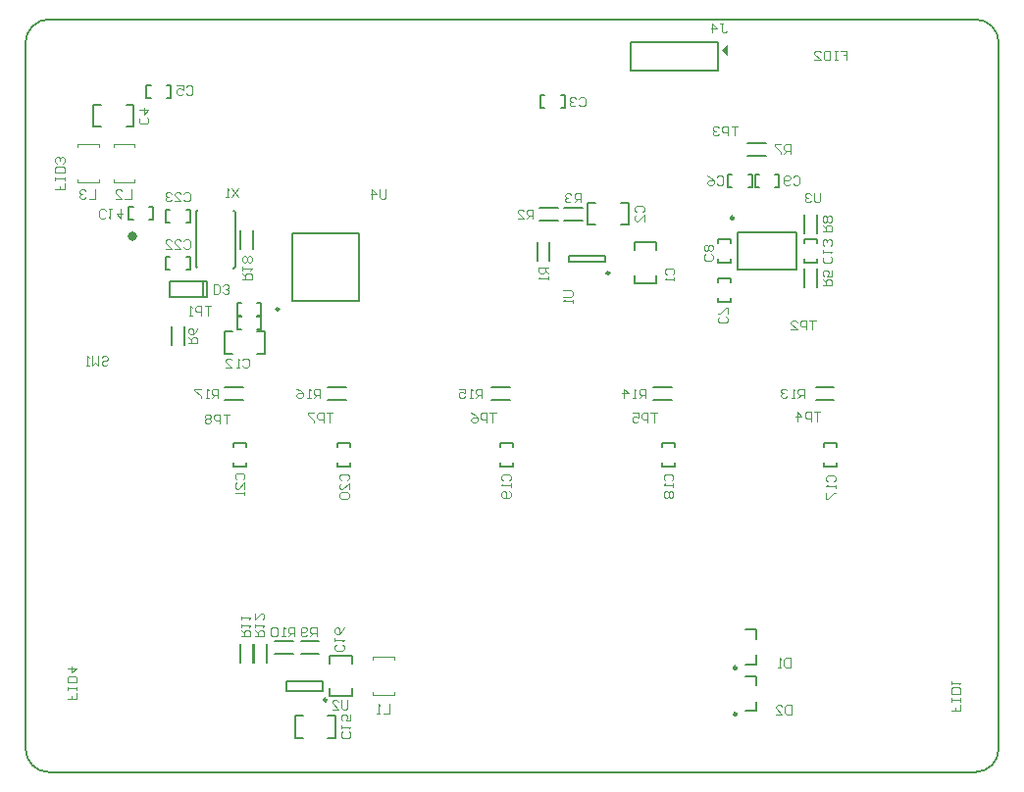
<source format=gbo>
G04 Layer_Color=32896*
%FSAX44Y44*%
%MOMM*%
G71*
G01*
G75*
%ADD11C,0.4000*%
%ADD15C,0.2000*%
%ADD39C,0.1000*%
%ADD65C,0.2500*%
%ADD66C,0.1500*%
G36*
X00606000Y00618500D02*
X00601000Y00623500D01*
X00606000Y00628500D01*
Y00618500D01*
D02*
G37*
D11*
X00094250Y00462750D02*
G03*
X00094250Y00462750I-00002000J00000000D01*
G01*
D15*
X00020000Y00000000D02*
X00820000Y00000000D01*
D02*
G03*
X00840000Y00020000I00000000J00020000D01*
G01*
Y00630000D01*
X00840000D02*
G03*
X00820000Y00650000I-00020000J-00000000D01*
G01*
X00020000D01*
D02*
G03*
X00000000Y00630000I00000000J-00020000D01*
G01*
Y00020000D01*
D02*
G03*
X00020000Y00000000I00020000J00000000D01*
G01*
X00225500Y00069702D02*
X00256500D01*
Y00078702D01*
X00225500D01*
Y00069702D01*
X00288000Y00407000D02*
Y00465000D01*
X00230000D01*
Y00407000D01*
X00288000D01*
X00156500Y00423750D02*
Y00410250D01*
X00124750D01*
X00124750Y00410250D01*
Y00423750D01*
X00124750Y00423750D01*
X00156500D01*
X00153500Y00423750D02*
X00153500Y00410250D01*
X00469000Y00440500D02*
X00500000D01*
Y00445500D01*
X00469000D01*
Y00440500D01*
X00614500Y00434000D02*
X00665500D01*
Y00466000D01*
X00614500D01*
Y00434000D01*
X00598000Y00605500D02*
Y00630500D01*
X00522000D01*
Y00605500D01*
X00598000D01*
X00621000Y00123000D02*
X00631000D01*
Y00115000D01*
Y00101000D02*
Y00093000D01*
X00621000D01*
Y00083000D02*
X00631000D01*
Y00075000D01*
Y00061000D02*
Y00053000D01*
X00621000D01*
D39*
X00036163Y00063000D02*
X00040162D01*
Y00065666D01*
Y00063000D01*
X00044161D01*
Y00068332D01*
Y00070997D02*
Y00073663D01*
Y00072330D01*
X00036163D01*
Y00070997D01*
Y00073663D01*
Y00077662D02*
Y00081661D01*
X00037496Y00082994D01*
X00042828D01*
X00044161Y00081661D01*
Y00077662D01*
X00036163D01*
Y00089658D02*
X00044161D01*
X00040162Y00085659D01*
Y00090991D01*
X00186000Y00117000D02*
X00193997D01*
Y00120999D01*
X00192665Y00122332D01*
X00189999D01*
X00188666Y00120999D01*
Y00117000D01*
Y00119666D02*
X00186000Y00122332D01*
Y00124997D02*
Y00127663D01*
Y00126330D01*
X00193997D01*
X00192665Y00124997D01*
X00198000D02*
Y00127663D01*
Y00126330D01*
X00205997D01*
X00204664Y00124997D01*
Y00122332D02*
X00201999D01*
X00200666Y00120999D01*
Y00117000D01*
Y00119666D02*
X00198000Y00122332D01*
Y00117000D02*
X00205997D01*
Y00120999D01*
X00204664Y00122332D01*
X00212006Y00123665D02*
Y00118333D01*
X00213339Y00117000D01*
X00216005D01*
X00217338Y00118333D01*
Y00123665D01*
X00216005Y00124997D01*
X00213339D01*
X00212006Y00123665D01*
X00222670Y00124997D02*
X00224003Y00123665D01*
X00222670Y00124997D02*
Y00117000D01*
X00221337D01*
X00224003D01*
X00226668D02*
X00229334Y00119666D01*
X00228001D02*
X00232000D01*
Y00117000D02*
Y00124997D01*
X00228001D01*
X00226668Y00123665D01*
Y00120999D01*
X00228001Y00119666D01*
X00237671Y00118333D02*
Y00123665D01*
X00239004Y00124997D01*
X00241670D01*
X00243003Y00123665D01*
Y00122332D01*
X00241670Y00120999D01*
X00237671D01*
Y00118333D02*
X00239004Y00117000D01*
X00241670D01*
X00243003Y00118333D01*
X00245668Y00117000D02*
X00248334Y00119666D01*
X00247001D02*
X00251000D01*
Y00117000D02*
Y00124997D01*
X00247001D01*
X00245668Y00123665D01*
Y00120999D01*
X00247001Y00119666D01*
X00268333Y00104745D02*
X00267000Y00106077D01*
Y00108743D01*
X00268333Y00110076D01*
X00267000Y00112742D02*
Y00115408D01*
Y00114075D01*
X00274997D01*
X00273664Y00112742D01*
Y00110076D02*
X00274997Y00108743D01*
Y00106077D01*
X00273664Y00104745D01*
X00268333D01*
X00268670Y00061997D02*
X00270003Y00060665D01*
X00268670Y00061997D02*
X00266004D01*
X00264671Y00060665D01*
Y00059332D01*
X00270003Y00054000D01*
X00264671D01*
X00274001D02*
X00272668Y00055333D01*
Y00061997D01*
X00274001Y00054000D02*
X00276667D01*
X00278000Y00055333D01*
Y00061997D01*
X00299750Y00066452D02*
Y00069452D01*
Y00066452D02*
X00318250D01*
Y00069452D01*
X00314000Y00058491D02*
Y00050494D01*
X00308668D01*
X00306003D02*
X00303337D01*
X00304670D01*
Y00058491D01*
X00306003Y00057158D01*
X00318250Y00096952D02*
Y00099952D01*
X00299750D01*
Y00096952D01*
X00273664Y00122072D02*
X00270999Y00119406D01*
X00268333D01*
X00267000Y00120739D01*
Y00123405D01*
X00268333Y00124738D01*
X00269666D01*
X00270999Y00123405D01*
Y00119406D01*
X00273664Y00122072D02*
X00274997Y00124738D01*
X00204664Y00131662D02*
X00205997Y00132995D01*
Y00135661D01*
X00204664Y00136994D01*
X00203332D01*
X00198000Y00131662D01*
Y00136994D01*
X00193997Y00132995D02*
X00192665Y00131662D01*
X00193997Y00132995D02*
X00186000D01*
Y00134328D01*
Y00131662D01*
X00272500Y00048161D02*
Y00045495D01*
X00273833Y00044162D01*
Y00049494D02*
X00272500Y00048161D01*
X00273833Y00049494D02*
X00276499D01*
X00277832Y00048161D01*
Y00046828D01*
X00276499Y00044162D01*
X00280497D01*
Y00049494D01*
Y00038830D02*
X00279165Y00037497D01*
Y00034832D02*
X00280497Y00033499D01*
Y00030833D01*
X00279165Y00029500D01*
X00273833D01*
X00272500Y00030833D01*
Y00033499D01*
X00273833Y00034832D01*
X00272500Y00037497D02*
Y00040163D01*
Y00038830D01*
X00280497D01*
X00412276Y00237006D02*
X00410944Y00238339D01*
Y00241005D01*
X00412276Y00242338D01*
X00413609D01*
X00414942Y00241005D01*
Y00237006D01*
X00417608D02*
X00412276D01*
X00417608D02*
X00418941Y00238339D01*
Y00241005D01*
X00417608Y00242338D01*
X00418941Y00246337D02*
Y00247670D01*
X00410944D01*
X00412276Y00249003D01*
Y00251668D02*
X00410944Y00253001D01*
Y00255667D01*
X00412276Y00257000D01*
X00417608D01*
X00418941Y00255667D01*
Y00253001D01*
X00417608Y00251668D01*
X00418941Y00249003D02*
Y00246337D01*
X00403334Y00302000D02*
Y00309997D01*
X00400668D01*
X00406000D01*
X00398003D02*
X00394004D01*
X00392671Y00308664D01*
Y00305999D01*
X00394004Y00304666D01*
X00398003D01*
Y00302000D02*
Y00309997D01*
X00384674D02*
X00387339Y00308664D01*
X00390005Y00305999D01*
Y00303333D01*
X00388672Y00302000D01*
X00386007D01*
X00384674Y00303333D01*
Y00304666D01*
X00386007Y00305999D01*
X00390005D01*
X00388668Y00323000D02*
X00391334Y00325666D01*
X00390001D02*
X00394000D01*
Y00323000D02*
Y00330997D01*
X00390001D01*
X00388668Y00329664D01*
Y00326999D01*
X00390001Y00325666D01*
X00386003Y00323000D02*
X00383337D01*
X00384670D01*
Y00330997D01*
X00386003Y00329664D01*
X00379338Y00330997D02*
Y00326999D01*
X00376672Y00328332D01*
X00375339D01*
X00374007Y00326999D01*
Y00324333D01*
X00375339Y00323000D01*
X00378005D01*
X00379338Y00324333D01*
Y00330997D02*
X00374007D01*
X00277667Y00257411D02*
X00279000Y00256078D01*
Y00253412D01*
X00277667Y00252079D01*
X00279000Y00249414D02*
X00273668Y00244082D01*
X00272335D01*
X00271003Y00245415D01*
Y00248081D01*
X00272335Y00249414D01*
Y00252079D02*
X00271003Y00253412D01*
Y00256078D01*
X00272335Y00257411D01*
X00277667D01*
X00279000Y00249414D02*
Y00244082D01*
Y00240083D02*
X00277667Y00241416D01*
X00272335D01*
X00271003Y00240083D01*
Y00237417D01*
X00272335Y00236084D01*
X00277667D01*
X00279000Y00237417D01*
Y00240083D01*
X00262334Y00302000D02*
Y00309997D01*
X00259668D01*
X00265000D01*
X00257003D02*
X00253004D01*
X00251671Y00308664D01*
Y00305999D01*
X00253004Y00304666D01*
X00257003D01*
Y00302000D02*
Y00309997D01*
X00254000Y00323000D02*
Y00330997D01*
X00250001D01*
X00248668Y00329664D01*
Y00326999D01*
X00250001Y00325666D01*
X00254000D01*
X00251334D02*
X00248668Y00323000D01*
X00246003D02*
X00243337D01*
X00244670D01*
Y00330997D01*
X00246003Y00329664D01*
X00236672D02*
X00239338Y00326999D01*
Y00324333D01*
X00238005Y00323000D01*
X00235339D01*
X00234006Y00324333D01*
Y00325666D01*
X00235339Y00326999D01*
X00239338D01*
X00236672Y00329664D02*
X00234006Y00330997D01*
X00243674Y00309997D02*
Y00308664D01*
X00249005Y00303333D01*
Y00302000D01*
Y00309997D02*
X00243674D01*
X00192750Y00350583D02*
X00191417Y00349250D01*
X00188751D01*
X00187418Y00350583D01*
X00184753Y00349250D02*
X00182087D01*
X00183420D01*
Y00357247D01*
X00184753Y00355915D01*
X00187418D02*
X00188751Y00357247D01*
X00191417D01*
X00192750Y00355915D01*
Y00350583D01*
X00178088Y00349250D02*
X00172757Y00354582D01*
Y00355915D01*
X00174089Y00357247D01*
X00176755D01*
X00178088Y00355915D01*
Y00349250D02*
X00172757D01*
X00166000Y00330998D02*
X00162001D01*
X00160668Y00329665D01*
Y00326999D01*
X00162001Y00325666D01*
X00166000D01*
Y00323000D02*
Y00330998D01*
X00163334Y00325666D02*
X00160668Y00323000D01*
X00158003D02*
X00155337D01*
X00156670D01*
Y00330998D01*
X00158003Y00329665D01*
X00151338Y00330998D02*
X00146006D01*
Y00329665D01*
X00151338Y00324333D01*
Y00323000D01*
X00156006Y00308997D02*
X00154674Y00307665D01*
Y00306332D01*
X00156006Y00304999D01*
X00154674Y00303666D01*
Y00302333D01*
X00156006Y00301000D01*
X00158672D01*
X00160005Y00302333D01*
Y00303666D01*
X00158672Y00304999D01*
X00160005Y00306332D01*
Y00307665D01*
X00158672Y00308997D01*
X00156006D01*
X00164004D02*
X00162671Y00307665D01*
Y00304999D01*
X00164004Y00303666D01*
X00168003D01*
Y00301000D02*
Y00308997D01*
X00164004D01*
X00170668D02*
X00173334D01*
Y00301000D01*
X00158672Y00304999D02*
X00156006D01*
X00176000Y00308997D02*
X00170668D01*
X00148497Y00370250D02*
Y00374249D01*
X00147164Y00375582D01*
X00144499D01*
X00143166Y00374249D01*
Y00370250D01*
X00140500D02*
X00148497D01*
X00143166Y00372916D02*
X00140500Y00375582D01*
X00141833Y00378247D02*
X00140500Y00379580D01*
Y00382246D01*
X00141833Y00383579D01*
X00143166D01*
X00144499Y00382246D01*
Y00378247D01*
X00141833D01*
X00144499D02*
X00147164Y00380913D01*
X00148497Y00383579D01*
X00151910Y00394500D02*
Y00402497D01*
X00147911D01*
X00146578Y00401165D01*
Y00398499D01*
X00147911Y00397166D01*
X00151910D01*
X00154576Y00402497D02*
X00157242D01*
Y00394500D01*
X00159908Y00402497D02*
X00154576D01*
X00175452Y00414335D02*
Y00415668D01*
X00174119Y00417001D01*
X00172786D01*
X00174119D01*
X00175452Y00418334D01*
Y00419667D01*
X00174119Y00421000D01*
X00171453D01*
X00170121Y00419667D01*
X00167455D02*
Y00414335D01*
X00166122Y00413003D01*
X00162123D01*
Y00421000D01*
X00166122D01*
X00167455Y00419667D01*
X00170121Y00414335D02*
X00171453Y00413003D01*
X00174119D01*
X00175452Y00414335D01*
X00187250Y00425500D02*
X00195247D01*
Y00429499D01*
X00193915Y00430832D01*
X00191249D01*
X00189916Y00429499D01*
Y00425500D01*
Y00428166D02*
X00187250Y00430832D01*
Y00433497D02*
Y00436163D01*
Y00434830D01*
X00195247D01*
X00193915Y00433497D01*
Y00440162D02*
X00195247Y00441495D01*
Y00444161D01*
X00193915Y00445494D01*
X00192582D01*
X00191249Y00444161D01*
X00189916Y00445494D01*
X00188583D01*
X00187250Y00444161D01*
Y00441495D01*
X00188583Y00440162D01*
X00189916D01*
X00191249Y00441495D01*
X00192582Y00440162D01*
X00193915D01*
X00191249Y00441495D02*
Y00444161D01*
X00183500Y00496250D02*
X00178168Y00504247D01*
X00175503Y00502915D02*
X00174170Y00504247D01*
Y00496250D01*
X00172837D01*
X00175503D01*
X00178168D02*
X00183500Y00504247D01*
X00142006Y00499543D02*
Y00494211D01*
X00140673Y00492878D01*
X00138007D01*
X00136674Y00494211D01*
X00134009Y00492878D02*
X00128677Y00498210D01*
Y00499543D01*
X00130010Y00500875D01*
X00132676D01*
X00134009Y00499543D01*
X00136674D02*
X00138007Y00500875D01*
X00140673D01*
X00142006Y00499543D01*
X00134009Y00492878D02*
X00128677D01*
X00124678D02*
X00126011Y00494211D01*
X00124678Y00492878D02*
X00122012D01*
X00120680Y00494211D01*
Y00495544D01*
X00122012Y00496877D01*
X00123345D01*
X00122012D01*
X00120680Y00498210D01*
Y00499543D01*
X00122012Y00500875D01*
X00124678D01*
X00126011Y00499543D01*
X00122010Y00459827D02*
X00124676D01*
X00126009Y00458494D01*
X00128675D02*
X00130008Y00459827D01*
X00132674D01*
X00134007Y00458494D01*
X00136672D02*
X00138005Y00459827D01*
X00140671D01*
X00142004Y00458494D01*
Y00453163D01*
X00140671Y00451830D01*
X00138005D01*
X00136672Y00453163D01*
X00134007Y00451830D02*
X00128675Y00457162D01*
Y00458494D01*
Y00451830D02*
X00134007D01*
X00126009D02*
X00120678Y00457162D01*
Y00458494D01*
X00122010Y00459827D01*
X00120678Y00451830D02*
X00126009D01*
X00142580Y00402497D02*
X00143913Y00401165D01*
X00142580Y00402497D02*
Y00394500D01*
X00141247D01*
X00143913D01*
X00082411Y00478253D02*
X00078412Y00482251D01*
X00083743D01*
X00082411Y00478253D02*
Y00486250D01*
X00074413D02*
X00073080D01*
Y00478253D01*
X00071747Y00479585D01*
X00069082D02*
X00067749Y00478253D01*
X00065083D01*
X00063750Y00479585D01*
Y00484917D01*
X00065083Y00486250D01*
X00067749D01*
X00069082Y00484917D01*
X00071747Y00486250D02*
X00074413D01*
X00077671Y00495000D02*
X00083003D01*
X00077671Y00500332D01*
Y00501665D01*
X00079004Y00502997D01*
X00081670D01*
X00083003Y00501665D01*
X00091000Y00502997D02*
Y00495000D01*
X00085668D01*
X00094250Y00509250D02*
Y00512250D01*
X00075750D02*
Y00509250D01*
X00094250D01*
X00063250Y00512250D02*
Y00509250D01*
X00044750D01*
Y00512250D01*
X00033747Y00512330D02*
X00025750D01*
Y00510997D01*
Y00513663D01*
Y00517662D02*
Y00521661D01*
X00027083Y00522994D01*
X00032415D01*
X00033747Y00521661D01*
Y00517662D01*
X00025750D01*
Y00526992D02*
X00027083Y00525659D01*
X00025750Y00526992D02*
Y00529658D01*
X00027083Y00530991D01*
X00028416D01*
X00029749Y00529658D01*
Y00528325D01*
Y00529658D01*
X00031082Y00530991D01*
X00032415D01*
X00033747Y00529658D01*
Y00526992D01*
X00032415Y00525659D01*
X00033747Y00513663D02*
Y00512330D01*
Y00513663D02*
Y00510997D01*
Y00508332D02*
Y00503000D01*
X00029749D01*
Y00505666D01*
Y00503000D01*
X00025750D01*
X00046671Y00501665D02*
Y00500332D01*
X00048004Y00498999D01*
X00049337D01*
X00048004D01*
X00046671Y00497666D01*
Y00496333D01*
X00048004Y00495000D01*
X00050670D01*
X00052003Y00496333D01*
X00054668Y00495000D02*
X00060000D01*
Y00502997D01*
X00052003Y00501665D02*
X00050670Y00502997D01*
X00048004D01*
X00046671Y00501665D01*
X00075750Y00539750D02*
Y00542750D01*
X00094250D01*
Y00539750D01*
X00098000Y00561333D02*
Y00563999D01*
X00099333Y00565332D01*
X00104664D02*
X00105997Y00563999D01*
Y00561333D01*
X00104664Y00560000D01*
X00099333D01*
X00098000Y00561333D01*
X00101999Y00567997D02*
Y00573329D01*
X00105997Y00571996D02*
X00101999Y00567997D01*
X00105997Y00571996D02*
X00098000D01*
X00063250Y00542750D02*
Y00539750D01*
Y00542750D02*
X00044750D01*
Y00539750D01*
X00132004Y00585000D02*
X00134670D01*
X00136003Y00586333D01*
X00138668D02*
X00140001Y00585000D01*
X00142667D01*
X00144000Y00586333D01*
Y00591665D01*
X00142667Y00592997D01*
X00140001D01*
X00138668Y00591665D01*
X00136003Y00592997D02*
Y00588999D01*
X00133337Y00590332D01*
X00132004D01*
X00130671Y00588999D01*
Y00586333D01*
X00132004Y00585000D01*
X00130671Y00592997D02*
X00136003D01*
X00298922Y00503107D02*
X00302921Y00499109D01*
X00297589D01*
X00298922Y00503107D02*
Y00495110D01*
X00306919D02*
X00305586Y00496443D01*
Y00503107D01*
X00310918D02*
Y00496443D01*
X00309585Y00495110D01*
X00306919D01*
X00424671Y00484664D02*
X00426004Y00485997D01*
X00428670D01*
X00430003Y00484664D01*
X00432668D02*
Y00481999D01*
X00434001Y00480666D01*
X00438000D01*
Y00478000D02*
Y00485997D01*
X00434001D01*
X00432668Y00484664D01*
X00435334Y00480666D02*
X00432668Y00478000D01*
X00430003D02*
X00424671Y00483332D01*
Y00484664D01*
Y00478000D02*
X00430003D01*
X00443003Y00436000D02*
Y00432001D01*
X00444335Y00430668D01*
X00447001D01*
X00448334Y00432001D01*
Y00436000D01*
X00451000D02*
X00443003D01*
X00448334Y00433334D02*
X00451000Y00430668D01*
Y00428003D02*
Y00425337D01*
Y00426670D01*
X00443003D01*
X00444335Y00428003D01*
X00465335Y00408003D02*
X00464002Y00406670D01*
X00472000D01*
Y00405337D01*
Y00408003D01*
Y00412001D02*
X00470667Y00410668D01*
X00464002D01*
Y00416000D02*
X00470667D01*
X00472000Y00414667D01*
Y00412001D01*
X00527335Y00475671D02*
X00526003Y00477004D01*
Y00479670D01*
X00527335Y00481003D01*
Y00483668D02*
X00526003Y00485001D01*
Y00487667D01*
X00527335Y00489000D01*
X00532667D01*
X00534000Y00487667D01*
Y00485001D01*
X00532667Y00483668D01*
X00534000Y00481003D02*
X00528668Y00475671D01*
X00527335D01*
X00534000D02*
Y00481003D01*
X00553335Y00435000D02*
X00558667D01*
X00560000Y00433667D01*
Y00431001D01*
X00558667Y00429668D01*
X00560000Y00427003D02*
Y00424337D01*
Y00425670D01*
X00552002D01*
X00553335Y00427003D01*
Y00429668D02*
X00552002Y00431001D01*
Y00433667D01*
X00553335Y00435000D01*
X00598000Y00395998D02*
X00599333D01*
X00604664Y00401329D01*
X00605997D01*
Y00395998D01*
X00604664Y00393332D02*
X00605997Y00391999D01*
Y00389333D01*
X00604664Y00388000D01*
X00599333D01*
X00598000Y00389333D01*
Y00391999D01*
X00599333Y00393332D01*
X00592164Y00442000D02*
X00586833D01*
X00585500Y00443333D01*
Y00445999D01*
X00586833Y00447332D01*
Y00449997D02*
X00588166D01*
X00589499Y00451330D01*
X00590832Y00449997D01*
X00592164D01*
X00593497Y00451330D01*
Y00453996D01*
X00592164Y00455329D01*
X00590832D01*
X00589499Y00453996D01*
X00588166Y00455329D01*
X00586833D01*
X00585500Y00453996D01*
Y00451330D01*
X00586833Y00449997D01*
X00589499Y00451330D02*
Y00453996D01*
X00592164Y00447332D02*
X00593497Y00445999D01*
Y00443333D01*
X00592164Y00442000D01*
X00656004Y00507000D02*
X00654671Y00508333D01*
Y00513665D01*
X00656004Y00514997D01*
X00658670D01*
X00660003Y00513665D01*
Y00512332D01*
X00658670Y00510999D01*
X00654671D01*
X00656004Y00507000D02*
X00658670D01*
X00660003Y00508333D01*
X00662668D02*
X00664001Y00507000D01*
X00666667D01*
X00668000Y00508333D01*
Y00513665D01*
X00666667Y00514997D01*
X00664001D01*
X00662668Y00513665D01*
X00660000Y00534000D02*
Y00541997D01*
X00656001D01*
X00654668Y00540665D01*
Y00537999D01*
X00656001Y00536666D01*
X00660000D01*
X00674004Y00499997D02*
X00672671Y00498665D01*
Y00497332D01*
X00674004Y00495999D01*
X00675337D01*
X00674004D01*
X00672671Y00494666D01*
Y00493333D01*
X00674004Y00492000D01*
X00676670D01*
X00678003Y00493333D01*
X00680668D02*
Y00499997D01*
X00678003Y00498665D02*
X00676670Y00499997D01*
X00674004D01*
X00680668Y00493333D02*
X00682001Y00492000D01*
X00684667D01*
X00686000Y00493333D01*
Y00499997D01*
X00688000Y00478996D02*
Y00476330D01*
X00689333Y00474997D01*
X00690666D01*
X00691999Y00476330D01*
X00693332Y00474997D01*
X00694665D01*
X00695997Y00476330D01*
Y00478996D01*
X00694665Y00480329D01*
X00693332D01*
X00691999Y00478996D01*
X00690666Y00480329D01*
X00689333D01*
X00688000Y00478996D01*
X00691999D02*
Y00476330D01*
Y00472332D02*
X00690666Y00470999D01*
Y00467000D01*
X00688000D02*
X00695997D01*
Y00470999D01*
X00694665Y00472332D01*
X00691999D01*
X00690666Y00469666D02*
X00688000Y00472332D01*
Y00458661D02*
Y00455995D01*
X00689333Y00454662D01*
X00694665D02*
X00695997Y00455995D01*
Y00458661D01*
X00694665Y00459994D01*
X00693332D01*
X00691999Y00458661D01*
Y00457328D01*
Y00458661D01*
X00690666Y00459994D01*
X00689333D01*
X00688000Y00458661D01*
Y00450663D02*
Y00449330D01*
X00695997D01*
X00694665Y00447998D01*
Y00445332D02*
X00695997Y00443999D01*
Y00441333D01*
X00694665Y00440000D01*
X00689333D01*
X00688000Y00441333D01*
Y00443999D01*
X00689333Y00445332D01*
X00688000Y00447998D02*
Y00450663D01*
Y00431996D02*
Y00429330D01*
X00689333Y00427998D01*
X00691999D02*
X00693332Y00430663D01*
Y00431996D01*
X00691999Y00433329D01*
X00689333D01*
X00688000Y00431996D01*
Y00425332D02*
X00690666Y00422666D01*
Y00423999D02*
Y00420000D01*
X00688000D02*
X00695997D01*
Y00423999D01*
X00694665Y00425332D01*
X00691999D01*
X00690666Y00423999D01*
X00691999Y00427998D02*
X00695997D01*
Y00433329D01*
X00682000Y00389997D02*
X00676668D01*
X00679334D01*
Y00382000D01*
X00674003D02*
Y00389997D01*
X00670004D01*
X00668671Y00388665D01*
Y00385999D01*
X00670004Y00384666D01*
X00674003D01*
X00666005Y00382000D02*
X00660674Y00387332D01*
Y00388665D01*
X00662006Y00389997D01*
X00664672D01*
X00666005Y00388665D01*
Y00382000D02*
X00660674D01*
X00657338Y00329664D02*
X00656005Y00330997D01*
X00653339D01*
X00652007Y00329664D01*
Y00328332D01*
X00653339Y00326999D01*
X00654672D01*
X00653339D01*
X00652007Y00325666D01*
Y00324333D01*
X00653339Y00323000D01*
X00656005D01*
X00657338Y00324333D01*
X00664674Y00306999D02*
X00670005D01*
X00666006Y00310997D01*
Y00303000D01*
X00674004Y00305666D02*
X00678003D01*
Y00303000D02*
Y00310997D01*
X00674004D01*
X00672671Y00309664D01*
Y00306999D01*
X00674004Y00305666D01*
X00683334Y00303000D02*
Y00310997D01*
X00680668D01*
X00686000D01*
X00672000Y00323000D02*
Y00330997D01*
X00668001D01*
X00666668Y00329664D01*
Y00326999D01*
X00668001Y00325666D01*
X00672000D01*
X00669334D02*
X00666668Y00323000D01*
X00664003D02*
X00661337D01*
X00662670D01*
Y00330997D01*
X00664003Y00329664D01*
X00692335Y00256000D02*
X00697667D01*
X00699000Y00254667D01*
Y00252001D01*
X00697667Y00250669D01*
X00699000Y00248003D02*
Y00245337D01*
Y00246670D01*
X00691003D01*
X00692335Y00248003D01*
Y00250669D02*
X00691003Y00252001D01*
Y00254667D01*
X00692335Y00256000D01*
X00691003Y00241338D02*
Y00236007D01*
X00692335D01*
X00697667Y00241338D01*
X00699000D01*
X00559000Y00241005D02*
X00557667Y00242338D01*
X00556334D01*
X00555001Y00241005D01*
X00553668Y00242338D01*
X00552335D01*
X00551003Y00241005D01*
Y00238339D01*
X00552335Y00237006D01*
X00553668D01*
X00555001Y00238339D01*
X00556334Y00237006D01*
X00557667D01*
X00559000Y00238339D01*
Y00241005D01*
Y00246337D02*
Y00247670D01*
X00551003D01*
X00552335Y00249003D01*
Y00251668D02*
X00551003Y00253001D01*
Y00255667D01*
X00552335Y00257000D01*
X00557667D01*
X00559000Y00255667D01*
Y00253001D01*
X00557667Y00251668D01*
X00559000Y00249003D02*
Y00246337D01*
X00555001Y00241005D02*
Y00238339D01*
X00542334Y00302000D02*
Y00309997D01*
X00539669D01*
X00545000D01*
X00537003D02*
X00533004D01*
X00531671Y00308664D01*
Y00305999D01*
X00533004Y00304666D01*
X00537003D01*
Y00302000D02*
Y00309997D01*
X00535000Y00323000D02*
Y00330997D01*
X00531001D01*
X00529669Y00329664D01*
Y00326999D01*
X00531001Y00325666D01*
X00535000D01*
X00532334D02*
X00529669Y00323000D01*
X00527003D02*
X00524337D01*
X00525670D01*
Y00330997D01*
X00527003Y00329664D01*
X00520338Y00326999D02*
X00515006D01*
X00516339Y00330997D02*
X00520338Y00326999D01*
X00516339Y00330997D02*
Y00323000D01*
X00523674Y00309997D02*
X00529005D01*
Y00305999D01*
X00526339Y00307332D01*
X00525006D01*
X00523674Y00305999D01*
Y00303333D01*
X00525006Y00302000D01*
X00527672D01*
X00529005Y00303333D01*
X00650670Y00098497D02*
X00652003Y00097164D01*
X00654668D02*
X00656001Y00098497D01*
X00660000D01*
Y00090500D01*
X00656001D01*
X00654668Y00091833D01*
Y00097164D01*
X00650670Y00098497D02*
Y00090500D01*
X00649337D01*
X00652003D01*
X00651670Y00057997D02*
X00653003Y00056665D01*
X00655668D02*
X00657001Y00057997D01*
X00661000D01*
Y00050000D01*
X00657001D01*
X00655668Y00051333D01*
Y00056665D01*
X00651670Y00057997D02*
X00649004D01*
X00647671Y00056665D01*
Y00055332D01*
X00653003Y00050000D01*
X00647671D01*
X00799000Y00053000D02*
X00802999D01*
Y00055666D01*
Y00053000D01*
X00806998D01*
Y00058332D01*
Y00060997D02*
Y00063663D01*
Y00062330D01*
X00799000D01*
Y00060997D01*
Y00063663D01*
Y00067662D02*
Y00071661D01*
X00800333Y00072994D01*
X00805665D01*
X00806998Y00071661D01*
Y00067662D01*
X00799000D01*
Y00075659D02*
Y00078325D01*
Y00076992D01*
X00806998D01*
X00805665Y00075659D01*
X00602000Y00508333D02*
X00600667Y00507000D01*
X00598001D01*
X00596668Y00508333D01*
X00594003D02*
X00592670Y00507000D01*
X00590004D01*
X00588671Y00508333D01*
Y00509666D01*
X00590004Y00510999D01*
X00594003D01*
Y00508333D01*
Y00510999D02*
X00591337Y00513665D01*
X00588671Y00514997D01*
X00596668Y00513665D02*
X00598001Y00514997D01*
X00600667D01*
X00602000Y00513665D01*
Y00508333D01*
X00652003Y00534000D02*
Y00535333D01*
X00646671Y00540665D01*
Y00541997D01*
X00652003D01*
X00657334Y00536666D02*
X00654668Y00534000D01*
X00611856Y00549654D02*
Y00557651D01*
X00609190D01*
X00614522D01*
X00606525D02*
X00602526D01*
X00601193Y00556319D01*
Y00553653D01*
X00602526Y00552320D01*
X00606525D01*
Y00549654D02*
Y00557651D01*
X00598527Y00556319D02*
X00597194Y00557651D01*
X00594528D01*
X00593195Y00556319D01*
Y00554986D01*
X00594528Y00553653D01*
X00595861D01*
X00594528D01*
X00593195Y00552320D01*
Y00550987D01*
X00594528Y00549654D01*
X00597194D01*
X00598527Y00550987D01*
X00681009Y00615000D02*
X00686341D01*
X00681009Y00620332D01*
Y00621665D01*
X00682342Y00622997D01*
X00685008D01*
X00686341Y00621665D01*
X00689007D02*
X00690339Y00622997D01*
X00694338D01*
Y00615000D01*
X00690339D01*
X00689007Y00616333D01*
Y00621665D01*
X00698337Y00622997D02*
X00699670D01*
Y00615000D01*
X00701003D01*
X00698337D01*
Y00622997D02*
X00701003D01*
X00703668D02*
X00709000D01*
Y00618999D01*
X00706334D01*
X00709000D01*
Y00615000D01*
X00604914Y00639851D02*
X00603581Y00638518D01*
X00602248D01*
X00600915Y00639851D01*
Y00646515D01*
X00602248D01*
X00599582D01*
X00596917Y00642517D02*
X00591585D01*
X00592918Y00646515D02*
X00596917Y00642517D01*
X00592918Y00646515D02*
Y00638518D01*
X00483000Y00581665D02*
Y00576333D01*
X00481667Y00575000D01*
X00479001D01*
X00477668Y00576333D01*
X00475003D02*
X00473670Y00575000D01*
X00471004D01*
X00469671Y00576333D01*
Y00577666D01*
X00471004Y00578999D01*
X00472337D01*
X00471004D01*
X00469671Y00580332D01*
Y00581665D01*
X00471004Y00582997D01*
X00473670D01*
X00475003Y00581665D01*
X00477668D02*
X00479001Y00582997D01*
X00481667D01*
X00483000Y00581665D01*
X00479000Y00499997D02*
X00475001D01*
X00473668Y00498665D01*
Y00495999D01*
X00475001Y00494666D01*
X00479000D01*
Y00492000D02*
Y00499997D01*
X00476334Y00494666D02*
X00473668Y00492000D01*
X00469670D02*
X00471003Y00493333D01*
X00469670Y00492000D02*
X00467004D01*
X00465671Y00493333D01*
Y00494666D01*
X00467004Y00495999D01*
X00468337D01*
X00467004D01*
X00465671Y00497332D01*
Y00498665D01*
X00467004Y00499997D01*
X00469670D01*
X00471003Y00498665D01*
X00187667Y00258000D02*
X00189000Y00256667D01*
Y00254001D01*
X00187667Y00252668D01*
X00189000Y00250002D02*
X00183668Y00244671D01*
X00182335D01*
X00181003Y00246004D01*
Y00248670D01*
X00182335Y00250002D01*
Y00252668D02*
X00181003Y00254001D01*
Y00256667D01*
X00182335Y00258000D01*
X00187667D01*
X00189000Y00250002D02*
Y00244671D01*
Y00242005D02*
Y00239339D01*
Y00240672D01*
X00181003D01*
X00182335Y00242005D01*
X00069667Y00351078D02*
X00071000Y00352411D01*
X00069667Y00351078D02*
X00067001D01*
X00065668Y00352411D01*
Y00353743D01*
X00067001Y00355076D01*
X00069667D01*
X00071000Y00356409D01*
Y00357742D01*
X00069667Y00359075D01*
X00067001D01*
X00065668Y00357742D01*
X00063003Y00359075D02*
Y00351078D01*
X00060337Y00353743D01*
X00057671Y00351078D01*
Y00359075D01*
X00055005Y00357742D02*
X00053672Y00359075D01*
Y00351078D01*
X00052339D01*
X00055005D01*
D65*
X00260000Y00062202D02*
G03*
X00260000Y00062202I-00001250J00000000D01*
G01*
X00218750Y00399750D02*
G03*
X00218750Y00399750I-00001250J00000000D01*
G01*
X00504000Y00431000D02*
G03*
X00504000Y00431000I-00001250J00000000D01*
G01*
X00611250Y00478500D02*
G03*
X00611250Y00478500I-00001250J00000000D01*
G01*
X00613750Y00090000D02*
G03*
X00613750Y00090000I-00001250J00000000D01*
G01*
Y00050000D02*
G03*
X00613750Y00050000I-00001250J00000000D01*
G01*
D66*
X00208500Y00094494D02*
Y00110494D01*
X00215000Y00112994D02*
X00231000D01*
X00237500D02*
X00253500D01*
Y00101994D02*
X00237500D01*
X00231000D02*
X00215000D01*
X00197500Y00110494D02*
Y00094494D01*
X00196500D02*
Y00110494D01*
X00185500D02*
Y00094494D01*
X00232500Y00048500D02*
X00239250D01*
X00232500D02*
Y00029500D01*
X00239250D01*
X00260750D02*
X00267500D01*
Y00048500D01*
X00260750D01*
X00281500Y00065702D02*
Y00072452D01*
Y00065702D02*
X00262500D01*
Y00072452D01*
X00281500Y00093952D02*
Y00100702D01*
X00262500D01*
Y00093952D01*
X00409441Y00263500D02*
X00420441D01*
Y00267000D01*
X00409441D02*
Y00263500D01*
Y00281000D02*
Y00284500D01*
X00420441D01*
Y00281000D01*
X00418000Y00321500D02*
X00402000D01*
Y00332500D02*
X00418000D01*
X00525500Y00422500D02*
X00544500D01*
Y00429250D01*
Y00450750D02*
Y00457500D01*
X00525500D01*
Y00450750D01*
Y00429250D02*
Y00422500D01*
X00520500Y00472500D02*
Y00491500D01*
X00513750D01*
Y00472500D02*
X00520500D01*
X00492250Y00491500D02*
X00485500D01*
Y00472500D01*
X00492250D01*
X00481000Y00476500D02*
X00465000D01*
X00460000D02*
X00444000D01*
X00441500Y00458000D02*
Y00442000D01*
X00452500D02*
Y00458000D01*
X00481000Y00487500D02*
X00465000D01*
X00460000D02*
X00444000D01*
X00462000Y00573500D02*
X00465500D01*
Y00584500D01*
X00462000D01*
X00448000D02*
X00444500D01*
Y00573500D01*
X00448000D01*
X00597500Y00426750D02*
X00608500D01*
Y00423250D01*
Y00409250D02*
Y00405750D01*
X00597500D01*
Y00409250D01*
Y00423250D02*
Y00426750D01*
X00608500Y00439500D02*
Y00443000D01*
Y00439500D02*
X00597500D01*
Y00443000D01*
Y00457000D02*
Y00460500D01*
X00608500D01*
Y00457000D01*
X00672500Y00434500D02*
Y00418500D01*
X00683500D02*
Y00434500D01*
Y00439500D02*
Y00443000D01*
Y00439500D02*
X00672500D01*
Y00443000D01*
Y00457000D02*
Y00460500D01*
X00683500D01*
Y00457000D01*
Y00465500D02*
Y00481500D01*
X00672500D02*
Y00465500D01*
X00650500Y00505500D02*
Y00516500D01*
X00647000D01*
X00633000D02*
X00629500D01*
Y00505500D01*
X00633000D01*
X00647000D02*
X00650500D01*
X00639000Y00532500D02*
X00623000D01*
X00623671Y00516500D02*
X00627171D01*
Y00505500D01*
X00623671D01*
X00609671D02*
X00606171D01*
Y00516500D01*
X00609671D01*
X00639000Y00543500D02*
X00623000D01*
X00542000Y00332500D02*
X00558000D01*
Y00321500D02*
X00542000D01*
X00549500Y00284500D02*
X00560500D01*
Y00281000D01*
Y00267000D02*
Y00263500D01*
X00549500D01*
Y00267000D01*
Y00281000D02*
Y00284500D01*
X00682000Y00321500D02*
X00698000D01*
Y00332500D02*
X00682000D01*
X00689500Y00284500D02*
X00700500D01*
Y00281000D01*
X00689500D02*
Y00284500D01*
Y00267000D02*
Y00263500D01*
X00700500D01*
Y00267000D01*
X00277000Y00321500D02*
X00261000D01*
Y00332500D02*
X00277000D01*
X00280500Y00284500D02*
Y00281000D01*
Y00267000D02*
Y00263500D01*
X00269500D01*
Y00267000D01*
Y00281000D02*
Y00284500D01*
X00280500D01*
X00206578Y00361497D02*
Y00380497D01*
X00199828D01*
X00200078Y00382497D02*
X00203578D01*
Y00393497D01*
X00200078D01*
Y00394497D02*
X00203578D01*
Y00405497D01*
X00200078D01*
X00186078D02*
X00182578D01*
Y00394497D01*
X00186078D01*
Y00393497D02*
X00182578D01*
Y00382497D01*
X00186078D01*
X00178328Y00380497D02*
X00171578D01*
Y00361497D01*
X00178328D01*
X00199828D02*
X00206578D01*
X00188003Y00332500D02*
X00172003D01*
Y00321500D02*
X00188003D01*
X00190500Y00284500D02*
Y00281000D01*
X00179500D02*
Y00284500D01*
X00190500D01*
Y00267000D02*
Y00263500D01*
X00179500D01*
Y00267000D01*
X00137000Y00369000D02*
Y00385000D01*
X00126000D02*
Y00369000D01*
X00179250Y00434750D02*
X00181000Y00436500D01*
Y00483750D01*
Y00483750D02*
X00179750Y00485000D01*
X00185750Y00468000D02*
Y00452000D01*
X00196750D02*
Y00468000D01*
X00142250Y00475000D02*
Y00486000D01*
X00138750D01*
X00147000Y00484000D02*
X00148750Y00485750D01*
X00147000Y00484000D02*
Y00436750D01*
Y00436750D02*
X00148250Y00435500D01*
X00142250Y00434000D02*
Y00445000D01*
X00138750D01*
X00124750D02*
X00121250D01*
Y00434000D01*
X00124750D01*
X00138750D02*
X00142250D01*
Y00475000D02*
X00138750D01*
X00124750D02*
X00121250D01*
Y00486000D01*
X00124750D01*
X00110250Y00487750D02*
Y00476750D01*
X00106750D01*
Y00487750D02*
X00110250D01*
X00092750D02*
X00089250D01*
Y00476750D01*
X00092750D01*
X00093500Y00557500D02*
Y00576500D01*
X00086750D01*
Y00557500D02*
X00093500D01*
X00104500Y00582500D02*
X00108000D01*
X00104500D02*
Y00593500D01*
X00108000D01*
X00122000D02*
X00125500D01*
Y00582500D01*
X00122000D01*
X00065250Y00576500D02*
X00058500D01*
Y00557500D01*
X00065250D01*
M02*

</source>
